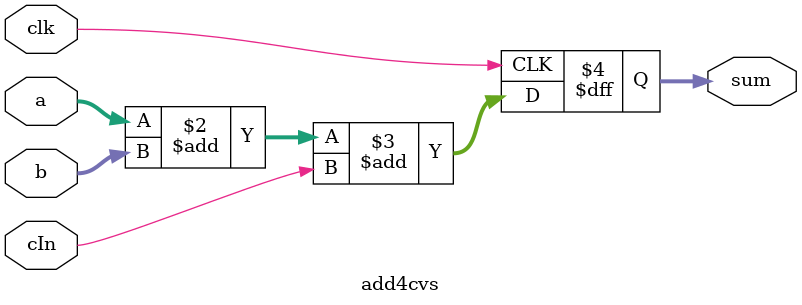
<source format=v>
module add4cvs (sum, a, b, cIn, clk);

output reg [3:0] sum;

input [3:0] a;
input [3:0] b;
input cIn;
input clk;

always @(posedge clk)

{sum} = a + b + cIn;

endmodule
</source>
